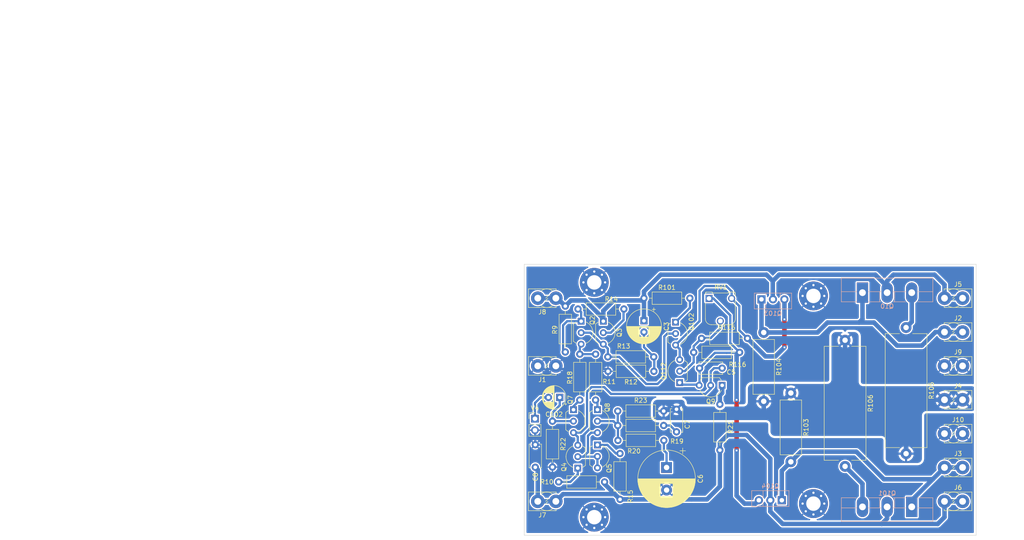
<source format=kicad_pcb>
(kicad_pcb (version 20240108) (generator "pcbnew") (generator_version "8.0")
  (title_block (title "Ampli-zero") (date "2024-01-06") (rev "v1.0.0") (company "maykol rey") (comment 1 "Maykol Rey"))
  (layers (0 "F.Cu" signal) (31 "B.Cu" signal) (34 "B.Paste" user) (35 "F.Paste" user) (36 "B.SilkS" user "B.Silkscreen") (37 "F.SilkS" user "F.Silkscreen") (38 "B.Mask" user) (39 "F.Mask" user) (44 "Edge.Cuts" user))
  (net 0 "")
  (net 1 "/VE2")
  (net 2 "/VB2")
  (net 3 "/VC2")
  (net 4 "+107")
  (net 5 "Net-(Q3-B)")
  (net 6 "Net-(Q4-E)")
  (net 7 "Net-(Q4-B)")
  (net 8 "Net-(Q4-C)")
  (net 9 "Net-(Q5-E)")
  (net 10 "Net-(Q7-E)")
  (net 11 "Net-(Q7-B)")
  (net 12 "Net-(Q8-E)")
  (net 13 "Net-(Q8-B)")
  (net 14 "Net-(Q9-E)")
  (net 15 "/vdb")
  (net 16 "Net-(Q102-E)")
  (net 17 "/vdt")
  (net 18 "Net-(Q112-B)")
  (net 19 "GND")
  (net 20 "-107")
  (net 21 "/gndv")
  (net 22 "Net-(C7-Pad1)")
  (net 23 "Net-(C6-Pad1)")
  (net 24 "/FB")
  (net 25 "Net-(Q10-E)")
  (net 26 "Net-(Q101-E)")
  (net 27 "/v4i")
  (net 28 "Net-(J2-Pin_1)")
  (net 29 "Net-(J3-Pin_1)")
  (footprint "MountingHole:MountingHole_3.2mm_M3_Pad_Via" (layer "F.Cu") (at 144.5 127)
    (property "Reference" "H4" (hide yes))
    (property "Value" "MountingHole_Pad")
    (pad "1" thru_hole circle (at -2.4 0) (size 0.8 0.8) (drill 0.5) (layers "*.Cu" "*.Mask") (net 19 "GND"))
    (pad "1" thru_hole circle (at -1.697056 -1.697056) (size 0.8 0.8) (drill 0.5) (layers "*.Cu" "*.Mask") (net 19 "GND"))
    (pad "1" thru_hole circle (at -1.697056 1.697056) (size 0.8 0.8) (drill 0.5) (layers "*.Cu" "*.Mask") (net 19 "GND"))
    (pad "1" thru_hole circle (at 0 -2.4) (size 0.8 0.8) (drill 0.5) (layers "*.Cu" "*.Mask") (net 19 "GND"))
    (pad "1" thru_hole circle (at 0 0) (size 6.4 6.4) (drill 3.2) (layers "*.Cu" "*.Mask") (net 19 "GND"))
    (pad "1" thru_hole circle (at 0 2.4) (size 0.8 0.8) (drill 0.5) (layers "*.Cu" "*.Mask") (net 19 "GND"))
    (pad "1" thru_hole circle (at 1.697056 -1.697056) (size 0.8 0.8) (drill 0.5) (layers "*.Cu" "*.Mask") (net 19 "GND"))
    (pad "1" thru_hole circle (at 1.697056 1.697056) (size 0.8 0.8) (drill 0.5) (layers "*.Cu" "*.Mask") (net 19 "GND"))
    (pad "1" thru_hole circle (at 2.4 0) (size 0.8 0.8) (drill 0.5) (layers "*.Cu" "*.Mask") (net 19 "GND"))
  )
  (footprint "TerminalBlock_MetzConnect:TerminalBlock_MetzConnect_360322_1x01_Horizontal_ScrewM3.0_WireProtection" (layer "F.Cu") (at 222 93.5)
    (property "Reference" "J9" (at 3 -3.06 0) (layer "F.SilkS"))
    (property "Value" "Conn_01x01")
    (pad "1" thru_hole circle (at 0 0) (size 3 3) (drill 1.5) (layers "*.Cu" "*.Mask") (net 19 "GND"))
    (pad "1" thru_hole circle (at 4 0) (size 3 3) (drill 1.5) (layers "*.Cu" "*.Mask") (net 19 "GND"))
  )
  (footprint "Capacitor_THT:C_Disc_D5.0mm_W2.5mm_P5.00mm" (layer "F.Cu") (at 131.45 115.95 90)
    (property "Reference" "C8" (at -2.15 0.05 90) (layer "F.SilkS"))
    (property "Value" "100n")
    (pad "1" thru_hole circle (at 0 0 90) (size 1.6 1.6) (drill 0.8) (layers "*.Cu" "*.Mask") (net 20 "-107"))
    (pad "2" thru_hole circle (at 5 0 90) (size 1.6 1.6) (drill 0.8) (layers "*.Cu" "*.Mask") (net 19 "GND"))
  )
  (footprint "Capacitor_THT:CP_Radial_D7.5mm_P2.50mm" (layer "F.Cu") (at 155.5 83.5 -90)
    (property "Reference" "C3" (at 1.25 -5 -90) (layer "F.SilkS"))
    (property "Value" "10u")
    (pad "1" thru_hole rect (at 0 0 270) (size 1.6 1.6) (drill 0.8) (layers "*.Cu" "*.Mask") (net 4 "+107"))
    (pad "2" thru_hole circle (at 2.5 0 270) (size 1.6 1.6) (drill 0.8) (layers "*.Cu" "*.Mask") (net 21 "/gndv"))
  )
  (footprint "TerminalBlock_MetzConnect:TerminalBlock_MetzConnect_360322_1x01_Horizontal_ScrewM3.0_WireProtection" (layer "F.Cu") (at 222 123.5)
    (property "Reference" "J6" (at 3 -3.06 0) (layer "F.SilkS"))
    (property "Value" "Conn_01x01")
    (pad "1" thru_hole circle (at 0 0) (size 3 3) (drill 1.5) (layers "*.Cu" "*.Mask") (net 20 "-107"))
    (pad "1" thru_hole circle (at 4 0) (size 3 3) (drill 1.5) (layers "*.Cu" "*.Mask") (net 20 "-107"))
  )
  (footprint "Package_TO_SOT_THT:TO-92L_Inline_Wide" (layer "F.Cu") (at 146.5 83.6 -90)
    (property "Reference" "Q3" (at 2.54 -3.56 90) (layer "F.SilkS"))
    (property "Value" "2N5401")
    (pad "1" thru_hole rect (at 0 0 270) (size 1.5 1.5) (drill 0.8) (layers "*.Cu" "*.Mask") (net 4 "+107"))
    (pad "2" thru_hole circle (at 2.54 0 270) (size 1.5 1.5) (drill 0.8) (layers "*.Cu" "*.Mask") (net 5 "Net-(Q3-B)"))
    (pad "3" thru_hole circle (at 5.08 0 270) (size 1.5 1.5) (drill 0.8) (layers "*.Cu" "*.Mask") (net 2 "/VB2"))
  )
  (footprint "Resistor_THT:R_Axial_DIN0207_L6.3mm_D2.5mm_P10.16mm_Horizontal" (layer "F.Cu") (at 172.3 102 -90)
    (property "Reference" "R21" (at 5.08 -2.37 90) (layer "F.SilkS"))
    (property "Value" "22")
    (pad "1" thru_hole circle (at 0 0 270) (size 1.6 1.6) (drill 0.8) (layers "*.Cu" "*.Mask") (net 14 "Net-(Q9-E)"))
    (pad "2" thru_hole oval (at 10.16 0 270) (size 1.6 1.6) (drill 0.8) (layers "*.Cu" "*.Mask") (net 20 "-107"))
  )
  (footprint "TerminalBlock_MetzConnect:TerminalBlock_MetzConnect_360322_1x01_Horizontal_ScrewM3.0_WireProtection" (layer "F.Cu") (at 136 78.5 180)
    (property "Reference" "J8" (at 3 -3.06 0) (layer "F.SilkS"))
    (property "Value" "Conn_01x01")
    (pad "1" thru_hole circle (at 0 0 180) (size 3 3) (drill 1.5) (layers "*.Cu" "*.Mask") (net 4 "+107"))
    (pad "1" thru_hole circle (at 4 0 180) (size 3 3) (drill 1.5) (layers "*.Cu" "*.Mask") (net 4 "+107"))
  )
  (footprint "Package_TO_SOT_THT:TO-92L_Inline_Wide" (layer "F.Cu") (at 139.9 103.2 -90)
    (property "Reference" "Q7" (at -2.2 0.7 90) (layer "F.SilkS"))
    (property "Value" "2N5401")
    (pad "1" thru_hole rect (at 0 0 270) (size 1.5 1.5) (drill 0.8) (layers "*.Cu" "*.Mask") (net 10 "Net-(Q7-E)"))
    (pad "2" thru_hole circle (at 2.54 0 270) (size 1.5 1.5) (drill 0.8) (layers "*.Cu" "*.Mask") (net 11 "Net-(Q7-B)"))
    (pad "3" thru_hole circle (at 5.08 0 270) (size 1.5 1.5) (drill 0.8) (layers "*.Cu" "*.Mask") (net 8 "Net-(Q4-C)"))
  )
  (footprint "Resistor_THT:R_Axial_DIN0207_L6.3mm_D2.5mm_P10.16mm_Horizontal" (layer "F.Cu") (at 155.5 78.5)
    (property "Reference" "R101" (at 5.08 -2.37 0) (layer "F.SilkS"))
    (property "Value" "100")
    (pad "1" thru_hole circle (at 0 0) (size 1.6 1.6) (drill 0.8) (layers "*.Cu" "*.Mask") (net 4 "+107"))
    (pad "2" thru_hole oval (at 10.16 0) (size 1.6 1.6) (drill 0.8) (layers "*.Cu" "*.Mask") (net 16 "Net-(Q102-E)"))
  )
  (footprint "Capacitor_THT:CP_Radial_D5.0mm_P2.50mm" (layer "F.Cu") (at 136.86 100.48 180)
    (property "Reference" "C102" (at 1.25 -3.75 0) (layer "F.SilkS"))
    (property "Value" "3.3u")
    (pad "1" thru_hole rect (at 0 0 180) (size 1.6 1.6) (drill 0.8) (layers "*.Cu" "*.Mask") (net 11 "Net-(Q7-B)"))
    (pad "2" thru_hole circle (at 2.5 0 180) (size 1.6 1.6) (drill 0.8) (layers "*.Cu" "*.Mask") (net 27 "/v4i"))
  )
  (footprint "MountingHole:MountingHole_3.2mm_M3_Pad_Via" (layer "F.Cu") (at 193 78)
    (property "Reference" "H2" (hide yes))
    (property "Value" "MountingHole_Pad")
    (pad "1" thru_hole circle (at -2.4 0) (size 0.8 0.8) (drill 0.5) (layers "*.Cu" "*.Mask") (net 19 "GND"))
    (pad "1" thru_hole circle (at -1.697056 -1.697056) (size 0.8 0.8) (drill 0.5) (layers "*.Cu" "*.Mask") (net 19 "GND"))
    (pad "1" thru_hole circle (at -1.697056 1.697056) (size 0.8 0.8) (drill 0.5) (layers "*.Cu" "*.Mask") (net 19 "GND"))
    (pad "1" thru_hole circle (at 0 -2.4) (size 0.8 0.8) (drill 0.5) (layers "*.Cu" "*.Mask") (net 19 "GND"))
    (pad "1" thru_hole circle (at 0 0) (size 6.4 6.4) (drill 3.2) (layers "*.Cu" "*.Mask") (net 19 "GND"))
    (pad "1" thru_hole circle (at 0 2.4) (size 0.8 0.8) (drill 0.5) (layers "*.Cu" "*.Mask") (net 19 "GND"))
    (pad "1" thru_hole circle (at 1.697056 -1.697056) (size 0.8 0.8) (drill 0.5) (layers "*.Cu" "*.Mask") (net 19 "GND"))
    (pad "1" thru_hole circle (at 1.697056 1.697056) (size 0.8 0.8) (drill 0.5) (layers "*.Cu" "*.Mask") (net 19 "GND"))
    (pad "1" thru_hole circle (at 2.4 0) (size 0.8 0.8) (drill 0.5) (layers "*.Cu" "*.Mask") (net 19 "GND"))
  )
  (footprint "Resistor_THT:R_Axial_DIN0207_L6.3mm_D2.5mm_P10.16mm_Horizontal" (layer "F.Cu") (at 166.5 90.5)
    (property "Reference" "R116" (at 9.7 2.7 0) (layer "F.SilkS"))
    (property "Value" "1k")
    (pad "1" thru_hole circle (at 0 0) (size 1.6 1.6) (drill 0.8) (layers "*.Cu" "*.Mask") (net 18 "Net-(Q112-B)"))
    (pad "2" thru_hole oval (at 10.16 0) (size 1.6 1.6) (drill 0.8) (layers "*.Cu" "*.Mask") (net 15 "/vdb"))
  )
  (footprint "TerminalBlock_MetzConnect:TerminalBlock_MetzConnect_360322_1x01_Horizontal_ScrewM3.0_WireProtection" (layer "F.Cu") (at 222 78.5)
    (property "Reference" "J5" (at 3 -3.06 0) (layer "F.SilkS"))
    (property "Value" "Conn_01x01")
    (pad "1" thru_hole circle (at 0 0) (size 3 3) (drill 1.5) (layers "*.Cu" "*.Mask") (net 4 "+107"))
    (pad "1" thru_hole circle (at 4 0) (size 3 3) (drill 1.5) (layers "*.Cu" "*.Mask") (net 4 "+107"))
  )
  (footprint "Resistor_THT:R_Axial_DIN0207_L6.3mm_D2.5mm_P10.16mm_Horizontal" (layer "F.Cu") (at 135.25 105.75 -90)
    (property "Reference" "R22" (at 5.08 -2.37 90) (layer "F.SilkS"))
    (property "Value" "10k")
    (pad "1" thru_hole circle (at 0 0 270) (size 1.6 1.6) (drill 0.8) (layers "*.Cu" "*.Mask") (net 11 "Net-(Q7-B)"))
    (pad "2" thru_hole oval (at 10.16 0 270) (size 1.6 1.6) (drill 0.8) (layers "*.Cu" "*.Mask") (net 19 "GND"))
  )
  (footprint "Resistor_THT:R_Axial_DIN0207_L6.3mm_D2.5mm_P10.16mm_Horizontal" (layer "F.Cu") (at 140.9 80.9)
    (property "Reference" "R14" (at 7.4 -2.2 0) (layer "F.SilkS"))
    (property "Value" "1k")
    (pad "1" thru_hole circle (at 0 0) (size 1.6 1.6) (drill 0.8) (layers "*.Cu" "*.Mask") (net 1 "/VE2"))
    (pad "2" thru_hole oval (at 10.16 0) (size 1.6 1.6) (drill 0.8) (layers "*.Cu" "*.Mask") (net 5 "Net-(Q3-B)"))
  )
  (footprint "Resistor_THT:R_Axial_DIN0207_L6.3mm_D2.5mm_P10.16mm_Horizontal" (layer "F.Cu") (at 149.7 106.7)
    (property "Reference" "R19" (at 13.1 3.5 0) (layer "F.SilkS"))
    (property "Value" "220")
    (pad "1" thru_hole circle (at 0 0) (size 1.6 1.6) (drill 0.8) (layers "*.Cu" "*.Mask") (net 13 "Net-(Q8-B)"))
    (pad "2" thru_hole oval (at 10.16 0) (size 1.6 1.6) (drill 0.8) (layers "*.Cu" "*.Mask") (net 22 "Net-(C7-Pad1)"))
  )
  (footprint "MountingHole:MountingHole_3.2mm_M3_Pad_Via" (layer "F.Cu") (at 193 124)
    (property "Reference" "H3" (hide yes))
    (property "Value" "MountingHole_Pad")
    (pad "1" thru_hole circle (at -2.4 0) (size 0.8 0.8) (drill 0.5) (layers "*.Cu" "*.Mask") (net 19 "GND"))
    (pad "1" thru_hole circle (at -1.697056 -1.697056) (size 0.8 0.8) (drill 0.5) (layers "*.Cu" "*.Mask") (net 19 "GND"))
    (pad "1" thru_hole circle (at -1.697056 1.697056) (size 0.8 0.8) (drill 0.5) (layers "*.Cu" "*.Mask") (net 19 "GND"))
    (pad "1" thru_hole circle (at 0 -2.4) (size 0.8 0.8) (drill 0.5) (layers "*.Cu" "*.Mask") (net 19 "GND"))
    (pad "1" thru_hole circle (at 0 0) (size 6.4 6.4) (drill 3.2) (layers "*.Cu" "*.Mask") (net 19 "GND"))
    (pad "1" thru_hole circle (at 0 2.4) (size 0.8 0.8) (drill 0.5) (layers "*.Cu" "*.Mask") (net 19 "GND"))
    (pad "1" thru_hole circle (at 1.697056 -1.697056) (size 0.8 0.8) (drill 0.5) (layers "*.Cu" "*.Mask") (net 19 "GND"))
    (pad "1" thru_hole circle (at 1.697056 1.697056) (size 0.8 0.8) (drill 0.5) (layers "*.Cu" "*.Mask") (net 19 "GND"))
    (pad "1" thru_hole circle (at 2.4 0) (size 0.8 0.8) (drill 0.5) (layers "*.Cu" "*.Mask") (net 19 "GND"))
  )
  (footprint "Resistor_THT:R_Axial_DIN0207_L6.3mm_D2.5mm_P10.16mm_Horizontal" (layer "F.Cu") (at 178.4 87.4 180)
    (property "Reference" "R115" (at 4.6 2.4 0) (layer "F.SilkS"))
    (property "Value" "1")
    (pad "1" thru_hole circle (at 0 0 180) (size 1.6 1.6) (drill 0.8) (layers "*.Cu" "*.Mask") (net 17 "/vdt"))
    (pad "2" thru_hole oval (at 10.16 0 180) (size 1.6 1.6) (drill 0.8) (layers "*.Cu" "*.Mask") (net 18 "Net-(Q112-B)"))
  )
  (footprint "TerminalBlock_MetzConnect:TerminalBlock_MetzConnect_360322_1x01_Horizontal_ScrewM3.0_WireProtection" (layer "F.Cu") (at 136 93.5 180)
    (property "Reference" "J1" (at 3 -3.06 0) (layer "F.SilkS"))
    (property "Value" "Conn_01x01")
    (pad "1" thru_hole circle (at 0 0 180) (size 3 3) (drill 1.5) (layers "*.Cu" "*.Mask") (net 19 "GND"))
    (pad "1" thru_hole circle (at 4 0 180) (size 3 3) (drill 1.5) (layers "*.Cu" "*.Mask") (net 19 "GND"))
  )
  (footprint "Capacitor_THT:C_Disc_D5.0mm_W2.5mm_P5.00mm" (layer "F.Cu") (at 162.7 108.1 90)
    (property "Reference" "C7" (at 1.6 2.4 90) (layer "F.SilkS"))
    (property "Value" "100p")
    (pad "1" thru_hole circle (at 0 0 90) (size 1.6 1.6) (drill 0.8) (layers "*.Cu" "*.Mask") (net 22 "Net-(C7-Pad1)"))
    (pad "2" thru_hole circle (at 5 0 90) (size 1.6 1.6) (drill 0.8) (layers "*.Cu" "*.Mask") (net 24 "/FB"))
  )
  (footprint "Package_TO_SOT_THT:TO-92L_Inline_Wide" (layer "F.Cu") (at 140.85 116.14 90)
    (property "Reference" "Q4" (at 0.24 -3.05 90) (layer "F.SilkS"))
    (property "Value" "2N5551")
    (pad "1" thru_hole rect (at 0 0 90) (size 1.5 1.5) (drill 0.8) (layers "*.Cu" "*.Mask") (net 6 "Net-(Q4-E)"))
    (pad "2" thru_hole circle (at 2.54 0 90) (size 1.5 1.5) (drill 0.8) (layers "*.Cu" "*.Mask") (net 7 "Net-(Q4-B)"))
    (pad "3" thru_hole circle (at 5.08 0 90) (size 1.5 1.5) (drill 0.8) (layers "*.Cu" "*.Mask") (net 8 "Net-(Q4-C)"))
  )
  (footprint "Package_TO_SOT_THT:TO-92L_Inline_Wide" (layer "F.Cu") (at 162.5 83.8 -90)
    (property "Reference" "Q102" (at -0.1 -3.5 90) (layer "F.SilkS"))
    (property "Value" "2N5401")
    (pad "1" thru_hole rect (at 0 0 270) (size 1.5 1.5) (drill 0.8) (layers "*.Cu" "*.Mask") (net 16 "Net-(Q102-E)"))
    (pad "2" thru_hole circle (at 2.54 0 270) (size 1.5 1.5) (drill 0.8) (layers "*.Cu" "*.Mask") (net 2 "/VB2"))
    (pad "3" thru_hole circle (at 5.08 0 270) (size 1.5 1.5) (drill 0.8) (layers "*.Cu" "*.Mask") (net 17 "/vdt"))
  )
  (footprint "Resistor_THT:R_Axial_Power_L25.0mm_W9.0mm_P27.94mm" (layer "F.Cu") (at 200 87.81 -90)
    (property "Reference" "R106" (at 13.97 -5.62 -90) (layer "F.SilkS"))
    (property "Value" "0.33")
    (pad "1" thru_hole circle (at 0 0 270) (size 2.4 2.4) (drill 1.2) (layers "*.Cu" "*.Mask") (net 24 "/FB"))
    (pad "2" thru_hole oval (at 27.94 0 270) (size 2.4 2.4) (drill 1.2) (layers "*.Cu" "*.Mask") (net 26 "Net-(Q101-E)"))
  )
  (footprint "MountingHole:MountingHole_3.2mm_M3_Pad_Via" (layer "F.Cu") (at 144.5 75)
    (property "Reference" "H1" (hide yes))
    (property "Value" "MountingHole_Pad")
    (pad "1" thru_hole circle (at -2.4 0) (size 0.8 0.8) (drill 0.5) (layers "*.Cu" "*.Mask") (net 19 "GND"))
    (pad "1" thru_hole circle (at -1.697056 -1.697056) (size 0.8 0.8) (drill 0.5) (layers "*.Cu" "*.Mask") (net 19 "GND"))
    (pad "1" thru_hole circle (at -1.697056 1.697056) (size 0.8 0.8) (drill 0.5) (layers "*.Cu" "*.Mask") (net 19 "GND"))
    (pad "1" thru_hole circle (at 0 -2.4) (size 0.8 0.8) (drill 0.5) (layers "*.Cu" "*.Mask") (net 19 "GND"))
    (pad "1" thru_hole circle (at 0 0) (size 6.4 6.4) (drill 3.2) (layers "*.Cu" "*.Mask") (net 19 "GND"))
    (pad "1" thru_hole circle (at 0 2.4) (size 0.8 0.8) (drill 0.5) (layers "*.Cu" "*.Mask") (net 19 "GND"))
    (pad "1" thru_hole circle (at 1.697056 -1.697056) (size 0.8 0.8) (drill 0.5) (layers "*.Cu" "*.Mask") (net 19 "GND"))
    (pad "1" thru_hole circle (at 1.697056 1.697056) (size 0.8 0.8) (drill 0.5) (layers "*.Cu" "*.Mask") (net 19 "GND"))
    (pad "1" thru_hole circle (at 2.4 0) (size 0.8 0.8) (drill 0.5) (layers "*.Cu" "*.Mask") (net 19 "GND"))
  )
  (footprint "TerminalBlock_MetzConnect:TerminalBlock_MetzConnect_360322_1x01_Horizontal_ScrewM3.0_WireProtection" (layer "F.Cu") (at 222 108.5)
    (property "Reference" "J10" (at 3 -3.06 0) (layer "F.SilkS"))
    (property "Value" "Conn_01x01")
    (pad "1" thru_hole circle (at 0 0) (size 3 3) (drill 1.5) (layers "*.Cu" "*.Mask") (net 19 "GND"))
    (pad "1" thru_hole circle (at 4 0) (size 3 3) (drill 1.5) (layers "*.Cu" "*.Mask") (net 19 "GND"))
  )
  (footprint "Resistor_THT:R_Axial_DIN0207_L6.3mm_D2.5mm_P10.16mm_Horizontal" (layer "F.Cu") (at 136.62 119.2)
    (property "Reference" "R10" (at -2.62 0 0) (layer "F.SilkS"))
    (property "Value" "68")
    (pad "1" thru_hole circle (at 0 0) (size 1.6 1.6) (drill 0.8) (layers "*.Cu" "*.Mask") (net 6 "Net-(Q4-E)"))
    (pad "2" thru_hole oval (at 10.16 0) (size 1.6 1.6) (drill 0.8) (layers "*.Cu" "*.Mask") (net 20 "-107"))
  )
  (footprint "Resistor_THT:R_Axial_DIN0207_L6.3mm_D2.5mm_P10.16mm_Horizontal" (layer "F.Cu") (at 147.5 91.5)
    (property "Reference" "R13" (at 3.5 -2.37 0) (layer "F.SilkS"))
    (property "Value" "10k")
    (pad "1" thru_hole circle (at 0 0) (size 1.6 1.6) (drill 0.8) (layers "*.Cu" "*.Mask") (net 2 "/VB2"))
    (pad "2" thru_hole oval (at 10.16 0) (size 1.6 1.6) (drill 0.8) (layers "*.Cu" "*.Mask") (net 21 "/gndv"))
  )
  (footprint "Resistor_THT:R_Axial_DIN0207_L6.3mm_D2.5mm_P10.16mm_Horizontal" (layer "F.Cu") (at 144.8 90.9 -90)
    (property "Reference" "R11" (at 6.1 -3 180) (layer "F.SilkS"))
    (property "Value" "100")
    (pad "1" thru_hole circle (at 0 0 270) (size 1.6 1.6) (drill 0.8) (layers "*.Cu" "*.Mask") (net 3 "/VC2"))
    (pad "2" thru_hole oval (at 10.16 0 270) (size 1.6 1.6) (drill 0.8) (layers "*.Cu" "*.Mask") (net 12 "Net-(Q8-E)"))
  )
  (footprint "Package_TO_SOT_THT:TO-92L_Inline_Wide" (layer "F.Cu") (at 141.6 83.6 -90)
    (property "Reference" "Q2" (at -0.2 -2.5 90) (layer "F.SilkS"))
    (property "Value" "2N5401")
    (pad "1" thru_hole rect (at 0 0 270) (size 1.5 1.5) (drill 0.8) (layers "*.Cu" "*.Mask") (net 1 "/VE2"))
    (pad "2" thru_hole circle (at 2.54 0 270) (size 1.5 1.5) (drill 0.8) (layers "*.Cu" "*.Mask") (net 2 "/VB2"))
    (pad "3" thru_hole circle (at 5.08 0 270) (size 1.5 1.5) (drill 0.8) (layers "*.Cu" "*.Mask") (net 3 "/VC2"))
  )
  (footprint "Resistor_THT:R_Axial_DIN0414_L11.9mm_D4.5mm_P15.24mm_Horizontal" (layer "F.Cu") (at 188 99.5 -90)
    (property "Reference" "R103" (at 7.62 -3.37 -90) (layer "F.SilkS"))
    (property "Value" "33")
    (pad "1" thru_hole circle (at 0 0 270) (size 2.4 2.4) (drill 1.2) (layers "*.Cu" "*.Mask") (net 24 "/FB"))
    (pad "2" thru_hole oval (at 15.24 0 270) (size 2.4 2.4) (drill 1.2) (layers "*.Cu" "*.Mask") (net 29 "Net-(J3-Pin_1)"))
  )
  (footprint "Resistor_THT:R_Axial_DIN0207_L6.3mm_D2.5mm_P10.16mm_Horizontal" (layer "F.Cu") (at 150.2 112.9 -90)
    (property "Reference" "R15" (at 9.5 -2.3 90) (layer "F.SilkS"))
    (property "Value" "68")
    (pad "1" thru_hole circle (at 0 0 270) (size 1.6 1.6) (drill 0.8) (layers "*.Cu" "*.Mask") (net 9 "Net-(Q5-E)"))
    (pad "2" thru_hole oval (at 10.16 0 270) (size 1.6 1.6) (drill 0.8) (layers "*.Cu" "*.Mask") (net 20 "-107"))
  )
  (footprint "Capacitor_THT:CP_Radial_D12.5mm_P5.00mm" (layer "F.Cu") (at 160.5 116 -90)
    (property "Reference" "C6" (at 2.5 -7.5 -90) (layer "F.SilkS"))
    (property "Value" "220u")
    (pad "1" thru_hole rect (at 0 0 270) (size 2.4 2.4) (drill 1.2) (layers "*.Cu" "*.Mask") (net 23 "Net-(C6-Pad1)"))
    (pad "2" thru_hole circle (at 5 0 270) (size 2.4 2.4) (drill 1.2) (layers "*.Cu" "*.Mask") (net 19 "GND"))
  )
  (footprint "Package_TO_SOT_THT:TO-92L_Inline_Wide" (layer "F.Cu") (at 145.2 111 -90)
    (property "Reference" "Q5" (at 5.2 -2.6 90) (layer "F.SilkS"))
    (property "Value" "2N5551")
    (pad "1" thru_hole rect (at 0 0 270) (size 1.5 1.5) (drill 0.8) (layers "*.Cu" "*.Mask") (net 9 "Net-(Q5-E)"))
    (pad "2" thru_hole circle (at 2.54 0 270) (size 1.5 1.5) (drill 0.8) (layers "*.Cu" "*.Mask") (net 7 "Net-(Q4-B)"))
    (pad "3" thru_hole circle (at 5.08 0 270) (size 1.5 1.5) (drill 0.8) (layers "*.Cu" "*.Mask") (net 7 "Net-(Q4-B)"))
  )
  (footprint "Resistor_THT:R_Axial_DIN0207_L6.3mm_D2.5mm_P10.16mm_Horizontal" (layer "F.Cu") (at 159.9 110 180)
    (property "Reference" "R20" (at 6.6 -2.37 0) (layer "F.SilkS"))
    (property "Value" "1k")
    (pad "1" thru_hole circle (at 0 0 180) (size 1.6 1.6) (drill 0.8) (layers "*.Cu" "*.Mask") (net 23 "Net-(C6-Pad1)"))
    (pad "2" thru_hole oval (at 10.16 0 180) (size 1.6 1.6) (drill 0.8) (layers "*.Cu" "*.Mask") (net 13 "Net-(Q8-B)"))
  )
  (footprint "Potentiometer_THT:Potentiometer_Runtron_RM-065_Vertical" (layer "F.Cu") (at 169.9 78.56)
    (property "Reference" "RV1" (at 2.6 -2.5 0) (layer "F.SilkS"))
    (property "Value" "5k")
    (pad "1" thru_hole rect (at 0 0) (size 1.56 1.56) (drill 1) (layers "*.Cu" "*.Mask") (net 15 "/vdb"))
    (pad "2" thru_hole circle (at 2.5 5) (size 1.56 1.56) (drill 1) (layers "*.Cu" "*.Mask") (net 18 "Net-(Q112-B)"))
    (pad "3" thru_hole circle (at 5 0) (size 1.56 1.56) (drill 1) (layers "*.Cu" "*.Mask") (net 17 "/vdt"))
  )
  (footprint "Resistor_THT:R_Axial_DIN0414_L11.9mm_D4.5mm_P15.24mm_Horizontal" (layer "F.Cu") (at 182 86.1 -90)
    (property "Reference" "R104" (at 7.62 -3.37 -90) (layer "F.SilkS"))
    (property "Value" "33")
    (pad "1" thru_hole circle (at 0 0 270) (size 2.4 2.4) (drill 1.2) (layers "*.Cu" "*.Mask") (net 28 "Net-(J2-Pin_1)"))
    (pad "2" thru_hole oval (at 15.24 0 270) (size 2.4 2.4) (drill 1.2) (layers "*.Cu" "*.Mask") (net 24 "/FB"))
  )
  (footprint "Capacitor_THT:C_Disc_D5.0mm_W2.5mm_P5.00mm" (layer "F.Cu") (at 172.8 94 180)
    (property "Reference" "C5" (at -2 -0.9 0) (layer "F.SilkS"))
    (property "Value" "150p")
    (pad "1" thru_hole circle (at 0 0 180) (size 1.6 1.6) (drill 0.8) (layers "*.Cu" "*.Mask") (net 8 "Net-(Q4-C)"))
    (pad "2" thru_hole circle (at 5 0 180) (size 1.6 1.6) (drill 0.8) (layers "*.Cu" "*.Mask") (net 15 "/vdb"))
  )
  (footprint "Connector_PinHeader_2.54mm:PinHeader_1x02_P2.54mm_Vertical" (layer "F.Cu") (at 131.38 105.2)
    (property "Reference" "V4" (at 0 -2.33 0) (layer "F.SilkS"))
    (property "Value" "1.76Vrms")
    (pad "1" thru_hole rect (at 0 0) (size 1.7 1.7) (drill 1) (layers "*.Cu" "*.Mask") (net 27 "/v4i"))
    (pad "2" thru_hole oval (at 0 2.54) (size 1.7 1.7) (drill 1) (layers "*.Cu" "*.Mask") (net 19 "GND"))
  )
  (footprint "Resistor_THT:R_Axial_DIN0207_L6.3mm_D2.5mm_P10.16mm_Horizontal" (layer "F.Cu") (at 149.7 103.5)
    (property "Reference" "R23" (at 5.08 -2.37 0) (layer "F.SilkS"))
    (property "Value" "91.13k")
    (pad "1" thru_hole circle (at 0 0) (size 1.6 1.6) (drill 0.8) (layers "*.Cu" "*.Mask") (net 13 "Net-(Q8-B)"))
    (pad "2" thru_hole oval (at 10.16 0) (size 1.6 1.6) (drill 0.8) (layers "*.Cu" "*.Mask") (net 24 "/FB"))
  )
  (footprint "Package_TO_SOT_THT:TO-92L_Inline_Wide" (layer "F.Cu") (at 145.2 103.2 -90)
    (property "Reference" "Q8" (at -0.5 -2.2 90) (layer "F.SilkS"))
    (property "Value" "2N5401")
    (pad "1" thru_hole rect (at 0 0 270) (size 1.5 1.5) (drill 0.8) (layers "*.Cu" "*.Mask") (net 12 "Net-(Q8-E)"))
    (pad "2" thru_hole circle (at 2.54 0 270) (size 1.5 1.5) (drill 0.8) (layers "*.Cu" "*.Mask") (net 13 "Net-(Q8-B)"))
    (pad "3" thru_hole circle (at 5.08 0 270) (size 1.5 1.5) (drill 0.8) (layers "*.Cu" "*.Mask") (net 7 "Net-(Q4-B)"))
  )
  (footprint "TerminalBlock_MetzConnect:TerminalBlock_MetzConnect_360322_1x01_Horizontal_ScrewM3.0_WireProtection" (layer "F.Cu") (at 222 116)
    (property "Reference" "J3" (at 3 -3.06 0) (layer "F.SilkS"))
    (property "Value" "Conn_01x01")
    (pad "1" thru_hole circle (at 0 0) (size 3 3) (drill 1.5) (layers "*.Cu" "*.Mask") (net 29 "Net-(J3-Pin_1)"))
    (pad "1" thru_hole circle (at 4 0) (size 3 3) (drill 1.5) (layers "*.Cu" "*.Mask") (net 29 "Net-(J3-Pin_1)"))
  )
  (footprint "Resistor_THT:R_Axial_DIN0207_L6.3mm_D2.5mm_P10.16mm_Horizontal" (layer "F.Cu") (at 138.09 80.26 -90)
    (property "Reference" "R9" (at 5.24 2.29 90) (layer "F.SilkS"))
    (property "Value" "150")
    (pad "1" thru_hole circle (at 0 0 270) (size 1.6 1.6) (drill 0.8) (layers "*.Cu" "*.Mask") (net 4 "+107"))
    (pad "2" thru_hole oval (at 10.16 0 270) (size 1.6 1.6) (drill 0.8) (layers "*.Cu" "*.Mask") (net 1 "/VE2"))
  )
  (footprint "TerminalBlock_MetzConnect:TerminalBlock_MetzConnect_360322_1x01_Horizontal_ScrewM3.0_WireProtection" (layer "F.Cu") (at 222 101)
    (property "Reference" "J4" (at 3 -3.06 0) (layer "F.SilkS"))
    (property "Value" "Conn_01x01")
    (pad "1" thru_hole circle (at 0 0) (size 3 3) (drill 1.5) (layers "*.Cu" "*.Mask") (net 24 "/FB"))
    (pad "1" thru_hole circle (at 4 0) (size 3 3) (drill 1.5) (layers "*.Cu" "*.Mask") (net 24 "/FB"))
  )
  (footprint "TerminalBlock_MetzConnect:TerminalBlock_MetzConnect_360322_1x01_Horizontal_ScrewM3.0_WireProtection" (layer "F.Cu") (at 136 123.5 180)
    (property "Reference" "J7" (at 3 -3.06 0) (layer "F.SilkS"))
    (property "Value" "Conn_01x01")
    (pad "1" thru_hole circle (at 0 0 180) (size 3 3) (drill 1.5) (layers "*.Cu" "*.Mask") (net 20 "-107"))
    (pad "1" thru_hole circle (at 4 0 180) (size 3 3) (drill 1.5) (layers "*.Cu" "*.Mask") (net 20 "-107"))
  )
  (footprint "Package_TO_SOT_THT:TO-92L_Inline_Wide" (layer "F.Cu") (at 163.4 97.2 90)
    (property "Reference" "Q112" (at 2.54 -3.56 90) (layer "F.SilkS"))
    (property "Value" "2N5551")
    (pad "1" thru_hole rect (at 0 0 90) (size 1.5 1.5) (drill 0.8) (layers "*.Cu" "*.Mask") (net 15 "/vdb"))
    (pad "2" thru_hole circle (at 2.54 0 90) (size 1.5 1.5) (drill 0.8) (layers "*.Cu" "*.Mask") (net 18 "Net-(Q112-B)"))
    (pad "3" thru_hole circle (at 5.08 0 90) (size 1.5 1.5) (drill 0.8) (layers "*.Cu" "*.Mask") (net 17 "/vdt"))
  )
  (footprint "Resistor_THT:R_Axial_Power_L25.0mm_W9.0mm_P27.94mm" (layer "F.Cu") (at 213.5 85 -90)
    (property "Reference" "R105" (at 13.97 -5.62 -90) (layer "F.SilkS"))
    (property "Value" "0.33")
    (pad "1" thru_hole circle (at 0 0 270) (size 2.4 2.4) (drill 1.2) (layers "*.Cu" "*.Mask") (net 25 "Net-(Q10-E)"))
    (pad "2" thru_hole oval (at 27.94 0 270) (size 2.4 2.4) (drill 1.2) (layers "*.Cu" "*.Mask") (net 24 "/FB"))
  )
  (footprint "TerminalBlock_MetzConnect:TerminalBlock_MetzConnect_360322_1x01_Horizontal_ScrewM3.0_WireProtection" (layer "F.Cu") (at 222 86)
    (property "Reference" "J2" (at 3 -3.06 0) (layer "F.SilkS"))
    (property "Value" "Conn_01x01")
    (pad "1" thru_hole circle (at 0 0) (size 3 3) (drill 1.5) (layers "*.Cu" "*.Mask") (net 28 "Net-(J2-Pin_1)"))
    (pad "1" thru_hole circle (at 4 0) (size 3 3) (drill 1.5) (layers "*.Cu" "*.Mask") (net 28 "Net-(J2-Pin_1)"))
  )
  (footprint "Resistor_THT:R_Axial_DIN0207_L6.3mm_D2.5mm_P10.16mm_Horizontal" (layer "F.Cu") (at 157.7 94.7 180)
    (property "Reference" "R12" (at 5.08 -2.37 0) (layer "F.SilkS"))
    (property "Value" "12k")
    (pad "1" thru_hole circle (at 0 0 180) (size 1.6 1.6) (drill 0.8) (layers "*.Cu" "*.Mask") (net 21 "/gndv"))
    (pad "2" thru_hole oval (at 10.16 0 180) (size 1.6 1.6) (drill 0.8) (layers "*.Cu" "*.Mask") (net 19 "GND"))
  )
  (footprint "Package_TO_SOT_THT:TO-92L_Inline_Wide" (layer "F.Cu") (at 172.8 97.8 180)
    (property "Reference" "Q9" (at 2.54 -3.56 0) (layer "F.SilkS"))
    (property "Value" "2N5551")
    (pad "1" thru_hole rect (at 0 0 180) (size 1.5 1.5) (drill 0.8) (layers "*.Cu" "*.Mask") (net 14 "Net-(Q9-E)"))
    (pad "2" thru_hole circle (at 2.54 0 180) (size 1.5 1.5) (drill 0.8) (layers "*.Cu" "*.Mask") (net 8 "Net-(Q4-C)"))
    (pad "3" thru_hole circle (at 5.08 0 180) (size 1.5 1.5) (drill 0.8) (layers "*.Cu" "*.Mask") (net 15 "/vdb"))
  )
  (footprint "Resistor_THT:R_Axial_DIN0207_L6.3mm_D2.5mm_P10.16mm_Horizontal" (layer "F.Cu") (at 141.3 90.9 -90)
    (property "Reference" "R18" (at 5.2 2.2 90) (layer "F.SilkS"))
    (property "Value" "100")
    (pad "1" thru_hole circle (at 0 0 270) (size 1.6 1.6) (drill 0.8) (layers "*.Cu" "*.Mask") (net 3 "/VC2"))
    (pad "2" thru_hole oval (at 10.16 0 270) (size 1.6 1.6) (drill 0.8) (layers "*.Cu" "*.Mask") (net 10 "Net-(Q7-E)"))
  )
  (footprint "Package_TO_SOT_THT:TO-264-3_Vertical" (layer "B.Cu") (at 214.75 124.725 180)
    (property "Reference" "Q101" (at 5.45 3.02 0) (layer "B.SilkS") (effects (justify mirror)))
    (property "Value" "2SA1943")
    (pad "1" thru_hole rect (at 0 0 180) (size 2.5 4.5) (drill 1.5) (layers "*.Cu" "*.Mask") (net 29 "Net-(J3-Pin_1)"))
    (pad "2" thru_hole oval (at 5.45 0 180) (size 2.5 4.5) (drill 1.5) (layers "*.Cu" "*.Mask") (net 20 "-107"))
    (pad "3" thru_hole oval (at 10.9 0 180) (size 2.5 4.5) (drill 1.5) (layers "*.Cu" "*.Mask") (net 26 "Net-(Q101-E)"))
  )
  (footprint "Package_TO_SOT_THT:TO-126-3_Vertical" (layer "B.Cu") (at 181.5 78.75)
    (property "Reference" "Q103" (at 2.54 3.12 0) (layer "B.SilkS") (effects (justify mirror)))
    (property "Value" "2SD669")
    (pad "1" thru_hole rect (at 0 0) (size 1.8 1.8) (drill 1) (layers "*.Cu" "*.Mask") (net 28 "Net-(J2-Pin_1)"))
    (pad "2" thru_hole oval (at 2.54 0) (size 1.8 1.8) (drill 1) (layers "*.Cu" "*.Mask") (net 4 "+107"))
    (pad "3" thru_hole oval (at 5.08 0) (size 1.8 1.8) (drill 1) (layers "*.Cu" "*.Mask") (net 17 "/vdt"))
  )
  (footprint "Package_TO_SOT_THT:TO-126-3_Vertical" (layer "B.Cu") (at 186 123.25 180)
    (property "Reference" "Q104" (at 2.54 3.12 0) (layer "B.SilkS") (effects (justify mirror)))
    (property "Value" "2SB649")
    (pad "1" thru_hole rect (at 0 0 180) (size 1.8 1.8) (drill 1) (layers "*.Cu" "*.Mask") (net 29 "Net-(J3-Pin_1)"))
    (pad "2" thru_hole oval (at 2.54 0 180) (size 1.8 1.8) (drill 1) (layers "*.Cu" "*.Mask") (net 20 "-107"))
    (pad "3" thru_hole oval (at 5.08 0 180) (size 1.8 1.8) (drill 1) (layers "*.Cu" "*.Mask") (net 15 "/vdb"))
  )
  (footprint "Package_TO_SOT_THT:TO-264-3_Vertical" (layer "B.Cu") (at 203.85 77.275)
    (property "Reference" "Q10" (at 5.45 3.02 0) (layer "B.SilkS") (effects (justify mirror)))
    (property "Value" "2SC5200")
    (pad "1" thru_hole rect (at 0 0) (size 2.5 4.5) (drill 1.5) (layers "*.Cu" "*.Mask") (net 28 "Net-(J2-Pin_1)"))
    (pad "2" thru_hole oval (at 5.45 0) (size 2.5 4.5) (drill 1.5) (layers "*.Cu" "*.Mask") (net 4 "+107"))
    (pad "3" thru_hole oval (at 10.9 0) (size 2.5 4.5) (drill 1.5) (layers "*.Cu" "*.Mask") (net 25 "Net-(Q10-E)"))
  )
  (gr_line (start 229 131) (end 229 71) (stroke (width 0.1)) (layer "Edge.Cuts"))
  (gr_line (start 229 71) (end 129 71) (stroke (width 0.1)) (layer "Edge.Cuts"))
  (gr_line (start 129 131) (end 229 131) (stroke (width 0.1)) (layer "Edge.Cuts"))
  (gr_line (start 129 71) (end 129 131) (stroke (width 0.1)) (layer "Edge.Cuts"))
  (segment (start 137.6 84.5) (end 138.5 83.6) (width 0.5) (layer "B.Cu") (net 1))
  (segment (start 138.09 90.42) (end 137.6 89.93) (width 0.5) (layer "B.Cu") (net 1))
  (segment (start 137.6 89.93) (end 137.6 84.5) (width 0.5) (layer "B.Cu") (net 1))
  (segment (start 141.6 81.6) (end 140.9 80.9) (width 0.5) (layer "B.Cu") (net 1))
  (segment (start 141.6 83.6) (end 141.6 81.6) (width 0.5) (layer "B.Cu") (net 1))
  (segment (start 138.5 83.6) (end 141.6 83.6) (width 0.5) (layer "B.Cu") (net 1))
  (segment (start 160.66 86.34) (end 162.5 86.34) (width 0.5) (layer "B.Cu") (net 2))
  (segment (start 146.5 88.68) (end 147.5 89.68) (width 0.5) (layer "B.Cu") (net 2))
  (segment (start 160 87) (end 160.66 86.34) (width 0.5) (layer "B.Cu") (net 2))
  (segment (start 141.6 86.14) (end 143.64 86.14) (width 0.5) (layer "B.Cu") (net 2))
  (segment (start 160 96) (end 160 87) (width 0.5) (layer "B.Cu") (net 2))
  (segment (start 143.64 86.14) (end 146.18 88.68) (width 0.5) (layer "B.Cu") (net 2))
  (segment (start 146.18 88.68) (end 146.5 88.68) (width 0.5) (layer "B.Cu") (net 2))
  (segment (start 147.5 91.5) (end 150 91.5) (width 0.5) (layer "B.Cu") (net 2))
  (segment (start 158.5 97.5) (end 160 96) (width 0.5) (layer "B.Cu") (net 2))
  (segment (start 150 91.5) (end 156 97.5) (width 0.5) (layer "B.Cu") (net 2))
  (segment (start 156 97.5) (end 158.5 97.5) (width 0.5) (layer "B.Cu") (net 2))
  (segment (start 147.5 89.68) (end 147.5 91.5) (width 0.5) (layer "B.Cu") (net 2))
  (segment (start 141.3 90.9) (end 144.8 90.9) (width 0.5) (layer "B.Cu") (net 3))
  (segment (start 141.3 90.9) (end 141.3 88.98) (width 0.5) (layer "B.Cu") (net 3))
  (segment (start 141.3 88.98) (end 141.6 88.68) (width 0.5) (layer "B.Cu") (net 3))
  (segment (start 184 78.71) (end 184 74.7) (width 1) (layer "B.Cu") (net 4))
  (segment (start 206.7 73.3) (end 209.3 75.9) (width 1) (layer "B.Cu") (net 4))
  (segment (start 209.3 74.7) (end 210.7 73.3) (width 1) (layer "B.Cu") (net 4))
  (segment (start 132 78.5) (end 136 78.5) (width 1) (layer "B.Cu") (net 4))
  (segment (start 209.3 78.5) (end 209.3 74.7) (width 1) (layer "B.Cu") (net 4))
  (segment (start 155.5 78.5) (end 155.5 77) (width 1) (layer "B.Cu") (net 4))
  (segment (start 219.8 73.3) (end 222 75.5) (width 1) (layer "B.Cu") (net 4))
  (segment (start 182.6 73.3) (end 184 74.7) (width 1) (layer "B.Cu") (net 4))
  (segment (start 142.5 79) (end 146.5 83) (width 1) (layer "B.Cu") (net 4))
  (segment (start 146.5 83) (end 146.5 83.6) (width 1) (layer "B.Cu") (net 4))
  (segment (start 146.5 83.6) (end 146.5 81.3) (width 1) (layer "B.Cu") (net 4))
  (segment (start 222 78.5) (end 226 78.5) (width 1) (layer "B.Cu") (net 4))
  (segment (start 148.8 79) (end 155 79) (width 1) (layer "B.Cu") (net 4))
  (segment (start 209.3 75.9) (end 209.3 78.5) (width 1) (layer "B.Cu") (net 4))
  (segment (start 138.09 80.26) (end 139.35 79) (width 1) (layer "B.Cu") (net 4))
  (segment (start 155.5 78.5) (end 155.5 83.5) (width 1) (layer "B.Cu") (net 4))
  (segment (start 136 78.5) (end 136.33 78.5) (width 1) (layer "B.Cu") (net 4))
  (segment (start 185.4 73.3) (end 206.7 73.3) (width 1) (layer "B.Cu") (net 4))
  (segment (start 184.04 78.75) (end 184 78.71) (width 1) (layer "B.Cu") (net 4))
  (segment (start 139.35 79) (end 142.5 79) (width 1) (layer "B.Cu") (net 4))
  (segment (start 210.7 73.3) (end 219.8 73.3) (width 1) (layer "B.Cu") (net 4))
  (segment (start 155 79) (end 155.5 78.5) (width 1) (layer "B.Cu") (net 4))
  (segment (start 146.5 81.3) (end 148.8 79) (width 1) (layer "B.Cu") (net 4))
  (segment (start 136.33 78.5) (end 138.09 80.26) (width 1) (layer "B.Cu") (net 4))
  (segment (start 155.5 77) (end 159.2 73.3) (width 1) (layer "B.Cu") (net 4))
  (segment (start 159.2 73.3) (end 182.6 73.3) (width 1) (layer "B.Cu") (net 4))
  (segment (start 222 75.5) (end 222 78.5) (width 1) (layer "B.Cu") (net 4))
  (segment (start 184 74.7) (end 185.4 73.3) (width 1) (layer "B.Cu") (net 4))
  (segment (start 148.16 86.14) (end 150.98 83.32) (width 0.5) (layer "B.Cu") (net 5))
  (segment (start 150.98 80.98) (end 151.06 80.9) (width 0.5) (layer "B.Cu") (net 5))
  (segment (start 150.98 83.32) (end 150.98 80.98) (width 0.5) (layer "B.Cu") (net 5))
  (segment (start 146.5 86.14) (end 148.16 86.14) (width 0.5) (layer "B.Cu") (net 5))
  (segment (start 139.2 119.2) (end 136.62 119.2) (width 0.5) (layer "B.Cu") (net 6))
  (segment (start 140.85 117.55) (end 139.2 119.2) (width 0.5) (layer "B.Cu") (net 6))
  (segment (start 140.85 116.14) (end 140.85 117.55) (width 0.5) (layer "B.Cu") (net 6))
  (segment (start 145.2 113.54) (end 145.14 113.6) (width 0.5) (layer "B.Cu") (net 7))
  (segment (start 143.1 109) (end 143.1 112.6) (width 0.5) (layer "B.Cu") (net 7))
  (segment (start 145.14 113.6) (end 140.85 113.6) (width 0.5) (layer "B.Cu") (net 7))
  (segment (start 143.1 112.6) (end 142.1 113.6) (width 0.5) (layer "B.Cu") (net 7))
  (segment (start 142.1 113.6) (end 140.85 113.6) (width 0.5) (layer "B.Cu") (net 7))
  (segment (start 140.85 113.6) (end 140.85 113.75) (width 0.5) (layer "B.Cu") (net 7))
  (segment (start 145.2 116.08) (end 145.2 113.54) (width 0.5) (layer "B.Cu") (net 7))
  (segment (start 145.2 108.28) (end 143.82 108.28) (width 0.5) (layer "B.Cu") (net 7))
  (segment (start 143.82 108.28) (end 143.1 109) (width 0.5) (layer "B.Cu") (net 7))
  (segment (start 146.7 98.2) (end 143.9 98.2) (width 0.5) (layer "B.Cu") (net 8))
  (segment (start 142.9 99.2) (end 142.9 106.9) (width 0.5) (layer "B.Cu") (net 8))
  (segment (start 143.9 98.2) (end 142.9 99.2) (width 0.5) (layer "B.Cu") (net 8))
  (segment (start 170.26 98.54) (end 169.1 99.7) (width 0.5) (layer "B.Cu") (net 8))
  (segment (start 170.26 97.8) (end 170.26 98.54) (width 0.5) (layer "B.Cu") (net 8))
  (segment (start 169.1 99.7) (end 148.2 99.7) (width 0.5) (layer "B.Cu") (net 8))
  (segment (start 142.9 106.9) (end 141.52 108.28) (width 0.5) (layer "B.Cu") (net 8))
  (segment (start 140.85 109.23) (end 139.9 108.28) (width 0.5) (layer "B.Cu") (net 8))
  (segment (start 170.26 97.8) (end 170.26 94.74) (width 0.5) (layer "B.Cu") (net 8))
  (segment (start 148.2 99.7) (end 146.7 98.2) (width 0.5) (layer "B.Cu") (net 8))
  (segment (start 171 94) (end 172.8 94) (width 0.5) (layer "B.Cu") (net 8))
  (segment (start 141.52 108.28) (end 139.9 108.28) (width 0.5) (layer "B.Cu") (net 8))
  (segment (start 170.26 94.74) (end 171 94) (width 0.5) (layer "B.Cu") (net 8))
  (segment (start 140.85 111.21) (end 140.85 109.23) (width 0.5) (layer "B.Cu") (net 8))
  (segment (start 147.4 111) (end 149.3 112.9) (width 0.5) (layer "B.Cu") (net 9))
  (segment (start 145.2 111) (end 147.4 111) (width 0.5) (layer "B.Cu") (net 9))
  (segment (start 149.3 112.9) (end 150.2 112.9) (width 0.5) (layer "B.Cu") (net 9))
  (segment (start 139.9 103.2) (end 139.9 102.46) (width 0.5) (layer "B.Cu") (net 10))
  (segment (start 139.9 102.46) (end 141.3 101.06) (width 0.5) (layer "B.Cu") (net 10))
  (segment (start 139.9 105.74) (end 135.26 105.74) (width 0.5) (layer "B.Cu") (net 11))
  (segment (start 135.26 105.74) (end 135.25 105.75) (width 0.5) (layer "B.Cu") (net 11))
  (segment (start 136.86 100.48) (end 136.86 102.24) (width 0.5) (layer "B.Cu") (net 11))
  (segment (start 136.86 102.24) (end 135.25 103.85) (width 0.5) (layer "B.Cu") (net 11))
  (segment (start 135.25 103.85) (end 135.25 105.75) (width 0.5) (layer "B.Cu") (net 11))
  (segment (start 145.2 101.46) (end 144.8 101.06) (width 0.5) (layer "B.Cu") (net 12))
  (segment (start 145.2 103.2) (end 145.2 101.46) (width 0.5) (layer "B.Cu") (net 12))
  (segment (start 149.74 110) (end 149.74 106.74) (width 0.5) (layer "B.Cu") (net 13))
  (segment (start 148.74 105.74) (end 149.7 106.7) (width 0.5) (layer "B.Cu") (net 13))
  (segment (start 145.2 105.74) (end 148.74 105.74) (width 0.5) (layer "B.Cu") (net 13))
  (segment (start 149.7 103.5) (end 149.7 106.7) (width 0.5) (layer "B.Cu") (net 13))
  (segment (start 149.74 106.74) (end 149.7 106.7) (width 0.5) (layer "B.Cu") (net 13))
  (segment (start 172.3 102) (end 172.3 100) (width 1) (layer "B.Cu") (net 14))
  (segment (start 172.8 99.5) (end 172.8 97.8) (width 1) (layer "B.Cu") (net 14))
  (segment (start 172.3 100) (end 172.8 99.5) (width 1) (layer "B.Cu") (net 14))
  (segment (start 176 112.25) (end 176 101) (width 1) (layer "F.Cu") (net 15))
  (via (at 176 101) (size 0.8) (drill 0.4) (layers "F.Cu" "B.Cu") (net 15))
  (via (at 176 112.25) (size 0.8) (drill 0.4) (layers "F.Cu" "B.Cu") (net 15))
  (segment (start 167.8 97.72) (end 167.8 94) (width 0.5) (layer "B.Cu") (net 15))
  (segment (start 176 101) (end 176 91.16) (width 1) (layer "B.Cu") (net 15))
  (segment (start 170.86 78.56) (end 174.6 82.3) (width 0.5) (layer "B.Cu") (net 15))
  (segment (start 169.9 78.56) (end 170.86 78.56) (width 0.5) (layer "B.Cu") (net 15))
  (segment (start 177.75 124) (end 180.17 124) (width 1) (layer "B.Cu") (net 15))
  (segment (start 176.56 90.6) (end 176.66 90.5) (width 0.5) (layer "B.Cu") (net 15))
  (segment (start 180.17 124) (end 180.92 123.25) (width 1) (layer "B.Cu") (net 15))
  (segment (start 167.8 94) (end 171.2 90.6) (width 0.5) (layer "B.Cu") (net 15))
  (segment (start 173.8 90.6) (end 176.56 90.6) (width 0.5) (layer "B.Cu") (net 15))
  (segment (start 174.6 82.3) (end 174.6 88.44) (width 0.5) (layer "B.Cu") (net 15))
  (segment (start 167.72 97.8) (end 167.8 97.72) (width 0.5) (layer "B.Cu") (net 15))
  (segment (start 176 112.25) (end 176 122.25) (width 1) (layer "B.Cu") (net 15))
  (segment (start 167.57 97.65) (end 167.72 97.8) (width 0.5) (layer "B.Cu") (net 15))
  (segment (start 174.6 88.44) (end 176.66 90.5) (width 0.5) (layer "B.Cu") (net 15))
  (segment (start 163.4 97.2) (end 163.85 97.65) (width 0.5) (layer "B.Cu") (net 15))
  (segment (start 176 91.16) (end 176.66 90.5) (width 1) (layer "B.Cu") (net 15))
  (segment (start 176 122.25) (end 177.75 124) (width 1) (layer "B.Cu") (net 15))
  (segment (start 163.85 97.65) (end 167.57 97.65) (width 0.5) (layer "B.Cu") (net 15))
  (segment (start 171.2 90.6) (end 173.8 90.6) (width 0.5) (layer "B.Cu") (net 15))
  (segment (start 165.66 80.64) (end 165.66 78.5) (width 0.5) (layer "B.Cu") (net 16))
  (segment (start 162.5 83.8) (end 165.66 80.64) (width 0.5) (layer "B.Cu") (net 16))
  (segment (start 186.58 89.4) (end 186.58 83.17) (width 1) (layer "F.Cu") (net 17))
  (via (at 186.58 89.4) (size 0.8) (drill 0.4) (layers "F.Cu" "B.Cu") (net 17))
  (via (at 186.58 83.17) (size 0.8) (drill 0.4) (layers "F.Cu" "B.Cu") (net 17))
  (segment (start 167.8 76.9) (end 168.9 75.8) (width 0.5) (layer "B.Cu") (net 17))
  (segment (start 163.4 92.12) (end 163.4 89.78) (width 0.5) (layer "B.Cu") (net 17))
  (segment (start 176.6 85.6) (end 178.4 87.4) (width 0.5) (layer "B.Cu") (net 17))
  (segment (start 182.4 91.4) (end 178.4 87.4) (width 1) (layer "B.Cu") (net 17))
  (segment (start 186.58 83.17) (end 186.58 78.75) (width 1) (layer "B.Cu") (net 17))
  (segment (start 176.6 80.26) (end 176.6 85.6) (width 0.5) (layer "B.Cu") (net 17))
  (segment (start 167.8 83.58) (end 167.8 76.9) (width 0.5) (layer "B.Cu") (net 17))
  (segment (start 163.4 89.78) (end 162.5 88.88) (width 0.5) (layer "B.Cu") (net 17))
  (segment (start 174.9 78.56) (end 176.6 80.26) (width 0.5) (layer "B.Cu") (net 17))
  (segment (start 168.9 75.8) (end 173.7 75.8) (width 0.5) (layer "B.Cu") (net 17))
  (segment (start 186.58 89.4) (end 184.58 91.4) (width 1) (layer "B.Cu") (net 17))
  (segment (start 162.5 88.88) (end 167.8 83.58) (width 0.5) (layer "B.Cu") (net 17))
  (segment (start 184.58 91.4) (end 182.4 91.4) (width 1) (layer "B.Cu") (net 17))
  (segment (start 174.9 77) (end 174.9 78.56) (width 0.5) (layer "B.Cu") (net 17))
  (segment (start 173.7 75.8) (end 174.9 77) (width 0.5) (layer "B.Cu") (net 17))
  (segment (start 168.34 87.3) (end 170.3 87.3) (width 0.5) (layer "B.Cu") (net 18))
  (segment (start 168.24 87.4) (end 166.5 89.14) (width 0.5) (layer "B.Cu") (net 18))
  (segment (start 164.54 94.66) (end 166.5 92.7) (width 0.5) (layer "B.Cu") (net 18))
  (segment (start 168.24 87.4) (end 168.34 87.3) (width 0.5) (layer "B.Cu") (net 18))
  (segment (start 163.4 94.66) (end 164.54 94.66) (width 0.5) (layer "B.Cu") (net 18))
  (segment (start 172.4 85.2) (end 172.4 83.56) (width 0.5) (layer "B.Cu") (net 18))
  (segment (start 166.5 89.14) (end 166.5 90.5) (width 0.5) (layer "B.Cu") (net 18))
  (segment (start 166.5 92.7) (end 166.5 90.5) (width 0.5) (layer "B.Cu") (net 18))
  (segment (start 170.3 87.3) (end 172.4 85.2) (width 0.5) (layer "B.Cu") (net 18))
  (segment (start 132.21 94.19) (end 132.5 93.9) (width 0.5) (layer "B.Cu") (net 19))
  (segment (start 131.45 110.95) (end 133.85 110.95) (width 0.5) (layer "B.Cu") (net 19))
  (segment (start 131.45 107.81) (end 131.45 110.95) (width 0.5) (layer "B.Cu") (net 19))
  (segment (start 133.85 110.95) (end 135.25 112.35) (width 0.5) (layer "B.Cu") (net 19))
  (segment (start 135.25 112.35) (end 135.25 115.91) (width 0.5) (layer "B.Cu") (net 19))
  (segment (start 147.54 94.7) (end 147.03 94.19) (width 0.5) (layer "B.Cu") (net 19))
  (segment (start 131.38 107.74) (end 131.45 107.81) (width 0.5) (layer "B.Cu") (net 19))
  (segment (start 147.03 94.19) (end 132.21 94.19) (width 0.5) (layer "B.Cu") (net 19))
  (segment (start 132 123.5) (end 132 116.5) (width 1) (layer "B.Cu") (net 20))
  (segment (start 186.2 128.5) (end 208.1 128.5) (width 1) (layer "B.Cu") (net 20))
  (segment (start 146.78 119.2) (end 146.78 119.64) (width 1) (layer "B.Cu") (net 20))
  (segment (start 136 123.5) (end 137.6 121.9) (width 1) (layer "B.Cu") (net 20))
  (segment (start 222 127) (end 222 123.5) (width 1) (layer "B.Cu") (net 20))
  (segment (start 172.3 112.16) (end 172.3 110.5) (width 1) (layer "B.Cu") (net 20))
  (segment (start 132 123.5) (end 136 123.5) (width 1) (layer "B.Cu") (net 20))
  (segment (start 178.2 108.8) (end 183.46 114.06) (width 1) (layer "B.Cu") (net 20))
  (segment (start 172.3 112.16) (end 172.3 120.2) (width 1) (layer "B.Cu") (net 20))
  (segment (start 149.04 121.9) (end 150.2 123.06) (width 1) (layer "B.Cu") (net 20))
  (segment (start 146.78 119.64) (end 150.2 123.06) (width 1) (layer "B.Cu") (net 20))
  (segment (start 172.3 120.2) (end 169.44 123.06) (width 1) (layer "B.Cu") (net 20))
  (segment (start 172.3 110.5) (end 174 108.8) (width 1) (layer "B.Cu") (net 20))
  (segment (start 174 108.8) (end 178.2 108.8) (width 1) (layer "B.Cu") (net 20))
  (segment (start 220.5 128.5) (end 222 127) (width 1) (layer "B.Cu") (net 20))
  (segment (start 150.2 123.06) (end 166.06 123.06) (width 1) (layer "B.Cu") (net 20))
  (segment (start 169.44 123.06) (end 166.06 123.06) (width 1) (layer "B.Cu") (net 20))
  (segment (start 183.46 123.25) (end 183.46 125.76) (width 1) (layer "B.Cu") (net 20))
  (segment (start 137.6 121.9) (end 149.04 121.9) (width 1) (layer "B.Cu") (net 20))
  (segment (start 132 116.5) (end 131.45 115.95) (width 1) (layer "B.Cu") (net 20))
  (segment (start 208.1 128.5) (end 220.5 128.5) (width 1) (layer "B.Cu") (net 20))
  (segment (start 209.3 127.3) (end 208.1 128.5) (width 1) (layer "B.Cu") (net 20))
  (segment (start 209.3 124.725) (end 209.3 127.3) (width 1) (layer "B.Cu") (net 20))
  (segment (start 222 123.5) (end 226 123.5) (width 1) (layer "B.Cu") (net 20))
  (segment (start 183.46 125.76) (end 186.2 128.5) (width 1) (layer "B.Cu") (net 20))
  (segment (start 183.46 114.06) (end 183.46 123.25) (width 1) (layer "B.Cu") (net 20))
  (segment (start 157.78 94.62) (end 157.78 91.62) (width 0.5) (layer "B.Cu") (net 21))
  (segment (start 157.7 94.7) (end 157.78 94.62) (width 0.5) (layer "B.Cu") (net 21))
  (segment (start 157.66 91.5) (end 155.5 89.34) (width 0.5) (layer "B.Cu") (net 21))
  (segment (start 155.5 89.34) (end 155.5 86) (width 0.5) (layer "B.Cu") (net 21))
  (segment (start 157.78 91.62) (end 157.66 91.5) (width 0.5) (layer "B.Cu") (net 21))
  (segment (start 159.86 106.7) (end 161.3 106.7) (width 0.5) (layer "B.Cu") (net 22))
  (segment (start 161.3 106.7) (end 162.7 108.1) (width 0.5) (layer "B.Cu") (net 22))
  (segment (start 159.9 110) (end 159.9 112.2) (width 0.5) (layer "B.Cu") (net 23))
  (segment (start 160.5 112.8) (end 160.5 116) (width 0.5) (layer "B.Cu") (net 23))
  (segment (start 159.9 112.2) (end 160.5 112.8) (width 0.5) (layer "B.Cu") (net 23))
  (segment (start 164.1 104.5) (end 182.1 104.5) (width 1) (layer "B.Cu") (net 24))
  (segment (start 222 101) (end 226 101) (width 1) (layer "B.Cu") (net 24))
  (segment (start 182 104.4) (end 182.1 104.5) (width 1) (layer "B.Cu") (net 24))
  (segment (start 182 101.34) (end 182 104.4) (width 1) (layer "B.Cu") (net 24))
  (segment (start 162.7 103.1) (end 164.1 104.5) (width 1) (layer "B.Cu") (net 24))
  (segment (start 159.86 103.5) (end 160.26 103.1) (width 1) (layer "B.Cu") (net 24))
  (segment (start 182.1 104.5) (end 192.2 104.5) (width 1) (layer "B.Cu") (net 24))
  (segment (start 213.5 102) (end 214.5 101) (width 1) (layer "B.Cu") (net 24))
  (segment (start 210.5 104.5) (end 213.5 107.5) (width 1) (layer "B.Cu") (net 24))
  (segment (start 213.5 112.94) (end 213.5 102) (width 1) (layer "B.Cu") (net 24))
  (segment (start 188 99.5) (end 183 104.5) (width 1) (layer "B.Cu") (net 24))
  (segment (start 192.2 104.5) (end 210.5 104.5) (width 1) (layer "B.Cu") (net 24))
  (segment (start 160.26 103.1) (end 162.7 103.1) (width 1) (layer "B.Cu") (net 24))
  (segment (start 200 102.75) (end 198.25 104.5) (width 1) (layer "B.Cu") (net 24))
  (segment (start 198.25 104.5) (end 192.2 104.5) (width 1) (layer "B.Cu") (net 24))
  (segment (start 213.5 107.5) (end 213.5 112.94) (width 1) (layer "B.Cu") (net 24))
  (segment (start 214.5 101) (end 222 101) (width 1) (layer "B.Cu") (net 24))
  (segment (start 200 87.75) (end 200 102.75) (width 1) (layer "B.Cu") (net 24))
  (segment (start 183 104.5) (end 182.1 104.5) (width 1) (layer "B.Cu") (net 24))
  (segment (start 214.75 83.75) (end 214.75 78.5) (width 1) (layer "B.Cu") (net 25))
  (segment (start 213.5 85) (end 214.75 83.75) (width 1) (layer "B.Cu") (net 25))
  (segment (start 200 115.69) (end 200 115.75) (width 1) (layer "B.Cu") (net 26))
  (segment (start 200 115.75) (end 203.85 119.6) (width 1) (layer "B.Cu") (net 26))
  (segment (start 203.85 119.6) (end 203.85 124.725) (width 1) (layer "B.Cu") (net 26))
  (segment (start 134.36 100.48) (end 132.62 100.48) (width 0.5) (layer "B.Cu") (net 27))
  (segment (start 132.62 100.48) (end 131.38 101.72) (width 0.5) (layer "B.Cu") (net 27))
  (segment (start 131.38 101.72) (end 131.38 105.2) (width 0.5) (layer "B.Cu") (net 27))
  (segment (start 193.9 86.1) (end 196.1 83.9) (width 1) (layer "B.Cu") (net 28))
  (segment (start 203.85 83.15) (end 203.85 78.5) (width 1) (layer "B.Cu") (net 28))
  (segment (start 222 86) (end 220 86) (width 1) (layer "B.Cu") (net 28))
  (segment (start 181.5 85.6) (end 181.5 78.75) (width 1) (layer "B.Cu") (net 28))
  (segment (start 182 86.1) (end 193.9 86.1) (width 1) (layer "B.Cu") (net 28))
  (segment (start 206.4 83.9) (end 203.1 83.9) (width 1) (layer "B.Cu") (net 28))
  (segment (start 220 86) (end 217 89) (width 1) (layer "B.Cu") (net 28))
  (segment (start 217 89) (end 211.5 89) (width 1) (layer "B.Cu") (net 28))
  (segment (start 222 86) (end 226 86) (width 1) (layer "B.Cu") (net 28))
  (segment (start 196.1 83.9) (end 203.1 83.9) (width 1) (layer "B.Cu") (net 28))
  (segment (start 211.5 89) (end 206.4 83.9) (width 1) (layer "B.Cu") (net 28))
  (segment (start 203.1 83.9) (end 203.85 83.15) (width 1) (layer "B.Cu") (net 28))
  (segment (start 182 86.1) (end 181.5 85.6) (width 1) (layer "B.Cu") (net 28))
  (segment (start 222 116) (end 226 116) (width 1) (layer "B.Cu") (net 29))
  (segment (start 186 123.25) (end 186 116.74) (width 1) (layer "B.Cu") (net 29))
  (segment (start 214.75 123.25) (end 219.4 118.6) (width 1) (layer "B.Cu") (net 29))
  (segment (start 186 116.74) (end 188 114.74) (width 1) (layer "B.Cu") (net 29))
  (segment (start 222 116) (end 219.4 118.6) (width 1) (layer "B.Cu") (net 29))
  (segment (start 219.4 118.6) (end 208.6 118.6) (width 1) (layer "B.Cu") (net 29))
  (segment (start 190.24 112.5) (end 188 114.74) (width 1) (layer "B.Cu") (net 29))
  (segment (start 214.75 124.725) (end 214.75 123.25) (width 1) (layer "B.Cu") (net 29))
  (segment (start 202.5 112.5) (end 190.24 112.5) (width 1) (layer "B.Cu") (net 29))
  (segment (start 208.6 118.6) (end 202.5 112.5) (width 1) (layer "B.Cu") (net 29))
  (zone (net 19) (net_name "GND") (layer "B.Cu") (connect_pads (clearance 0.3)) (min_thickness 0.3) (fill yes (thermal_gap 0.3) (thermal_bridge_width 0.3))
    (polygon (pts (xy 230 70) (xy 128 70) (xy 128 132) (xy 230 132)))
  )
  (zone (net 24) (net_name "/FB") (layer "B.Cu") (priority 1) (connect_pads (clearance 0.5)) (min_thickness 0.25) (fill yes (thermal_gap 0.5) (thermal_bridge_width 0.5) (smoothing fillet) (radius 1))
    (polygon (pts (xy 157.5 101) (xy 157.5 105.5) (xy 183.5 105.5) (xy 183.5 109) (xy 209 109) (xy 209 115) (xy 217 115) (xy 217 103.5) (xy 231 103.5) (xy 231 98) (xy 203 98) (xy 203 86) (xy 197 86) (xy 197 97.5) (xy 178.5 97.5) (xy 178.5 102.5) (xy 164.5 102.5) (xy 164.5 101)))
  )
)
</source>
